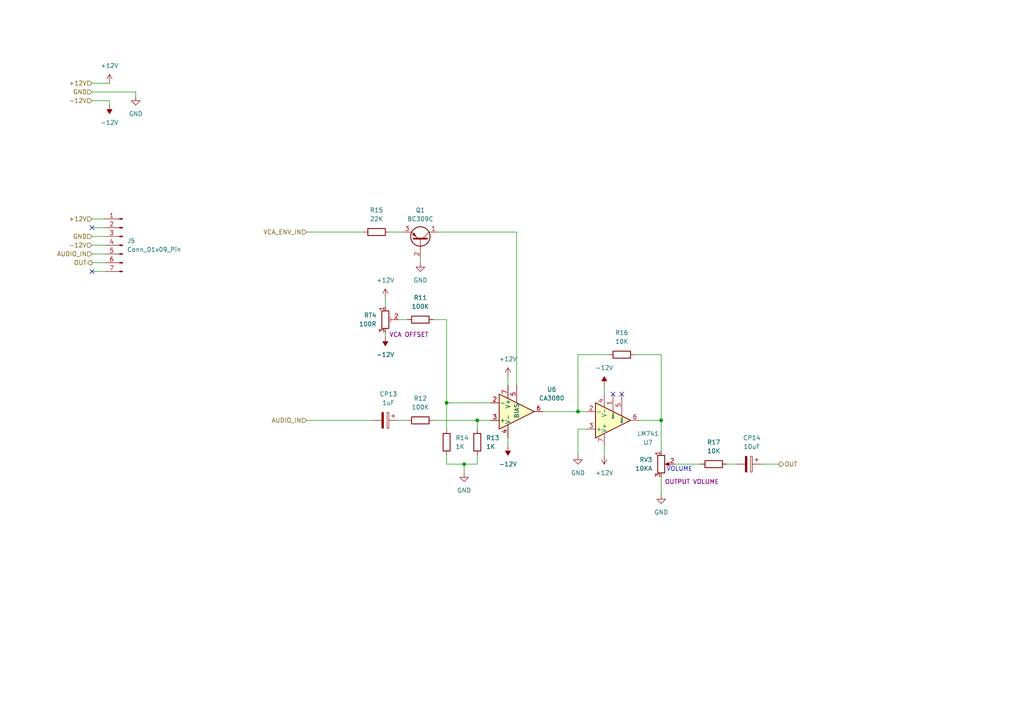
<source format=kicad_sch>
(kicad_sch (version 20250114) (generator "eeschema") (generator_version "9.0")
  (paper "A4")
  (lib_symbols
    (symbol "Amplifier_Operational:CA3080" (pin_names (offset 0.127))
      (property "Reference" "U" (at 1.27 3.81 0))
      (property "Value" "CA3080" (at 1.27 -3.81 0))
      (symbol "CA3080_0_1"
        (polyline (pts (xy 5.08 0) (xy -5.08 -5.08) (xy -5.08 5.08) (xy 5.08 0)) (stroke (width 0.254)) (fill (type background)))
      )
      (symbol "CA3080_1_1"
        (pin input line (at -7.62 2.54 0) (length 2.54) (name "-") (number "2"))
        (pin input line (at -7.62 -2.54 0) (length 2.54) (name "+") (number "3"))
        (pin power_in line (at -2.54 7.62 270) (length 3.81) (name "V+") (number "7"))
        (pin no_connect line (at -2.54 2.54 270) (length 2.54) (hide yes) (name "NC") (number "1"))
        (pin power_in line (at -2.54 -7.62 90) (length 3.81) (name "V-") (number "4"))
        (pin passive line (at 0 7.62 270) (length 5.08) (name "BIAS") (number "5"))
        (pin no_connect line (at 0 2.54 270) (length 2.54) (hide yes) (name "NC") (number "8"))
        (pin output line (at 7.62 0 180) (length 2.54) (name "~") (number "6"))
      )
    )
    (symbol "Amplifier_Operational:LM741" (pin_names (offset 0.127))
      (property "Reference" "U" (at 0 6.35 0))
      (property "Value" "LM741" (at 0 3.81 0))
      (symbol "LM741_0_1"
        (polyline (pts (xy -5.08 5.08) (xy 5.08 0) (xy -5.08 -5.08) (xy -5.08 5.08)) (stroke (width 0.254)) (fill (type background)))
      )
      (symbol "LM741_1_1"
        (pin input line (at -7.62 2.54 0) (length 2.54) (name "+") (number "3"))
        (pin input line (at -7.62 -2.54 0) (length 2.54) (name "-") (number "2"))
        (pin power_in line (at -2.54 7.62 270) (length 3.81) (name "V+") (number "7"))
        (pin power_in line (at -2.54 -7.62 90) (length 3.81) (name "V-") (number "4"))
        (pin no_connect line (at 0 2.54 270) (length 2.54) (hide yes) (name "NC") (number "8"))
        (pin input line (at 0 -7.62 90) (length 5.08) (name "NULL") (number "1"))
        (pin input line (at 2.54 -7.62 90) (length 6.35) (name "NULL") (number "5"))
        (pin output line (at 7.62 0 180) (length 2.54) (name "~") (number "6"))
      )
    )
    (symbol "Connector:Conn_01x07_Pin" (pin_names (offset 1.016) (hide yes))
      (property "Reference" "J" (at 0 10.16 0))
      (property "Value" "Conn_01x07_Pin" (at 0 -10.16 0))
      (symbol "Conn_01x07_Pin_1_1"
        (rectangle (start 0.8636 7.747) (end 0 7.493) (stroke (width 0.1524)) (fill (type outline)))
        (rectangle (start 0.8636 5.207) (end 0 4.953) (stroke (width 0.1524)) (fill (type outline)))
        (rectangle (start 0.8636 2.667) (end 0 2.413) (stroke (width 0.1524)) (fill (type outline)))
        (rectangle (start 0.8636 0.127) (end 0 -0.127) (stroke (width 0.1524)) (fill (type outline)))
        (rectangle (start 0.8636 -2.413) (end 0 -2.667) (stroke (width 0.1524)) (fill (type outline)))
        (rectangle (start 0.8636 -4.953) (end 0 -5.207) (stroke (width 0.1524)) (fill (type outline)))
        (rectangle (start 0.8636 -7.493) (end 0 -7.747) (stroke (width 0.1524)) (fill (type outline)))
        (polyline (pts (xy 1.27 7.62) (xy 0.8636 7.62)) (stroke (width 0.1524)))
        (polyline (pts (xy 1.27 5.08) (xy 0.8636 5.08)) (stroke (width 0.1524)))
        (polyline (pts (xy 1.27 2.54) (xy 0.8636 2.54)) (stroke (width 0.1524)))
        (polyline (pts (xy 1.27 0) (xy 0.8636 0)) (stroke (width 0.1524)))
        (polyline (pts (xy 1.27 -2.54) (xy 0.8636 -2.54)) (stroke (width 0.1524)))
        (polyline (pts (xy 1.27 -5.08) (xy 0.8636 -5.08)) (stroke (width 0.1524)))
        (polyline (pts (xy 1.27 -7.62) (xy 0.8636 -7.62)) (stroke (width 0.1524)))
        (pin passive line (at 5.08 7.62 180) (length 3.81) (name "Pin_1") (number "1"))
        (pin passive line (at 5.08 5.08 180) (length 3.81) (name "Pin_2") (number "2"))
        (pin passive line (at 5.08 2.54 180) (length 3.81) (name "Pin_3") (number "3"))
        (pin passive line (at 5.08 0 180) (length 3.81) (name "Pin_4") (number "4"))
        (pin passive line (at 5.08 -2.54 180) (length 3.81) (name "Pin_5") (number "5"))
        (pin passive line (at 5.08 -5.08 180) (length 3.81) (name "Pin_6") (number "6"))
        (pin passive line (at 5.08 -7.62 180) (length 3.81) (name "Pin_7") (number "7"))
      )
    )
    (symbol "Device:C_Polarized" (pin_numbers (hide yes)) (pin_names (offset 0.254))
      (property "Reference" "C" (at 0.635 2.54 0))
      (property "Value" "C_Polarized" (at 0.635 -2.54 0))
      (symbol "C_Polarized_0_1"
        (rectangle (start -2.286 0.508) (end 2.286 1.016))
        (polyline (pts (xy -1.778 2.286) (xy -0.762 2.286)))
        (polyline (pts (xy -1.27 2.794) (xy -1.27 1.778)))
        (rectangle (start 2.286 -0.508) (end -2.286 -1.016) (fill (type outline)))
      )
      (symbol "C_Polarized_1_1"
        (pin passive line (at 0 3.81 270) (length 2.794) (name "~") (number "1"))
        (pin passive line (at 0 -3.81 90) (length 2.794) (name "~") (number "2"))
      )
    )
    (symbol "Device:R" (pin_numbers (hide yes)) (pin_names (offset 0))
      (property "Reference" "R" (at 2.032 0 90))
      (property "Value" "R" (at 0 0 90))
      (symbol "R_0_1"
        (rectangle (start -1.016 -2.54) (end 1.016 2.54) (stroke (width 0.254)))
      )
      (symbol "R_1_1"
        (pin passive line (at 0 3.81 270) (length 1.27) (name "~") (number "1"))
        (pin passive line (at 0 -3.81 90) (length 1.27) (name "~") (number "2"))
      )
    )
    (symbol "Device:R_Potentiometer" (pin_names (offset 1.016) (hide yes))
      (property "Reference" "RV" (at -4.445 0 90))
      (property "Value" "R_Potentiometer" (at -2.54 0 90))
      (symbol "R_Potentiometer_0_1"
        (rectangle (start 1.016 2.54) (end -1.016 -2.54) (stroke (width 0.254)))
        (polyline (pts (xy 1.143 0) (xy 2.286 0.508) (xy 2.286 -0.508) (xy 1.143 0)) (fill (type outline)))
        (polyline (pts (xy 2.54 0) (xy 1.524 0)))
      )
      (symbol "R_Potentiometer_1_1"
        (pin passive line (at 0 3.81 270) (length 1.27) (name "1") (number "1"))
        (pin passive line (at 0 -3.81 90) (length 1.27) (name "3") (number "3"))
        (pin passive line (at 3.81 0 180) (length 1.27) (name "2") (number "2"))
      )
    )
    (symbol "Device:R_Potentiometer_Trim" (pin_names (offset 1.016) (hide yes))
      (property "Reference" "RV" (at -4.445 0 90))
      (property "Value" "R_Potentiometer_Trim" (at -2.54 0 90))
      (symbol "R_Potentiometer_Trim_0_1"
        (rectangle (start 1.016 2.54) (end -1.016 -2.54) (stroke (width 0.254)))
        (polyline (pts (xy 1.524 0.762) (xy 1.524 -0.762)))
        (polyline (pts (xy 2.54 0) (xy 1.524 0)))
      )
      (symbol "R_Potentiometer_Trim_1_1"
        (pin passive line (at 0 3.81 270) (length 1.27) (name "1") (number "1"))
        (pin passive line (at 0 -3.81 90) (length 1.27) (name "3") (number "3"))
        (pin passive line (at 3.81 0 180) (length 1.27) (name "2") (number "2"))
      )
    )
    (symbol "Transistor_BJT:BC307" (pin_names (offset 0) (hide yes))
      (property "Reference" "Q" (at 5.08 1.905 0))
      (property "Value" "BC307" (at 5.08 0 0))
      (symbol "BC307_0_1"
        (polyline (pts (xy -2.54 0) (xy 0.635 0)))
        (polyline (pts (xy 0.635 1.905) (xy 0.635 -1.905)) (stroke (width 0.508)))
        (polyline (pts (xy 0.635 0.635) (xy 2.54 2.54)))
        (polyline (pts (xy 0.635 -0.635) (xy 2.54 -2.54)))
        (circle (center 1.27 0) (radius 2.8194) (stroke (width 0.254)))
        (polyline (pts (xy 2.286 -1.778) (xy 1.778 -2.286) (xy 1.27 -1.27) (xy 2.286 -1.778)) (fill (type outline)))
      )
      (symbol "BC307_1_1"
        (pin input line (at -5.08 0 0) (length 2.54) (name "B") (number "2"))
        (pin passive line (at 2.54 5.08 270) (length 2.54) (name "C") (number "1"))
        (pin passive line (at 2.54 -5.08 90) (length 2.54) (name "E") (number "3"))
      )
    )
    (symbol "power:+12V" (power) (pin_numbers (hide yes)) (pin_names (offset 0) (hide yes))
      (property "Value" "+12V" (at 0 3.556 0))
      (symbol "+12V_0_1"
        (polyline (pts (xy -0.762 1.27) (xy 0 2.54)))
        (polyline (pts (xy 0 2.54) (xy 0.762 1.27)))
        (polyline (pts (xy 0 0) (xy 0 2.54)))
      )
      (symbol "+12V_1_1"
        (pin power_in line (at 0 0 90) (length 0) (name "~") (number "1"))
      )
    )
    (symbol "power:-12V" (power) (pin_numbers (hide yes)) (pin_names (offset 0) (hide yes))
      (property "Value" "-12V" (at 0 3.556 0))
      (symbol "-12V_0_0"
        (pin power_in line (at 0 0 90) (length 0) (name "~") (number "1"))
      )
      (symbol "-12V_0_1"
        (polyline (pts (xy 0 0) (xy 0 1.27) (xy 0.762 1.27) (xy 0 2.54) (xy -0.762 1.27) (xy 0 1.27)) (fill (type outline)))
      )
    )
    (symbol "power:GND" (power) (pin_numbers (hide yes)) (pin_names (offset 0) (hide yes))
      (property "Value" "GND" (at 0 -3.81 0))
      (symbol "GND_0_1"
        (polyline (pts (xy 0 0) (xy 0 -1.27) (xy 1.27 -1.27) (xy 0 -2.54) (xy -1.27 -1.27) (xy 0 -1.27)))
      )
      (symbol "GND_1_1"
        (pin power_in line (at 0 0 270) (length 0) (name "~") (number "1"))
      )
    )
  )
  (text "VOLUME" (at 197.104 136.144 0) (effects (font (size 1.27 1.27))))
  (junction (at 191.77 121.92))
  (junction (at 134.62 134.62))
  (junction (at 167.64 119.38))
  (junction (at 129.54 116.84))
  (junction (at 138.43 121.92))
  (no_connect (at 177.8 114.3))
  (no_connect (at 26.67 66.04))
  (no_connect (at 26.67 78.74))
  (no_connect (at 180.34 114.3))
  (wire (pts (xy 167.64 124.46) (xy 167.64 132.08)))
  (wire (pts (xy 191.77 102.87) (xy 191.77 121.92)))
  (wire (pts (xy 134.62 137.16) (xy 134.62 134.62)))
  (wire (pts (xy 113.03 67.31) (xy 116.84 67.31)))
  (wire (pts (xy 26.67 71.12) (xy 30.48 71.12)))
  (wire (pts (xy 129.54 116.84) (xy 142.24 116.84)))
  (wire (pts (xy 26.67 26.67) (xy 39.37 26.67)))
  (wire (pts (xy 129.54 116.84) (xy 129.54 124.46)))
  (wire (pts (xy 115.57 92.71) (xy 118.11 92.71)))
  (wire (pts (xy 167.64 119.38) (xy 167.64 102.87)))
  (wire (pts (xy 39.37 27.94) (xy 39.37 26.67)))
  (wire (pts (xy 88.9 67.31) (xy 105.41 67.31)))
  (wire (pts (xy 31.75 30.48) (xy 31.75 29.21)))
  (wire (pts (xy 210.82 134.62) (xy 213.36 134.62)))
  (wire (pts (xy 191.77 138.43) (xy 191.77 143.51)))
  (wire (pts (xy 147.32 127) (xy 147.32 129.54)))
  (wire (pts (xy 26.67 76.2) (xy 30.48 76.2)))
  (wire (pts (xy 26.67 24.13) (xy 31.75 24.13)))
  (wire (pts (xy 121.92 74.93) (xy 121.92 76.2)))
  (wire (pts (xy 170.18 124.46) (xy 167.64 124.46)))
  (wire (pts (xy 167.64 102.87) (xy 176.53 102.87)))
  (wire (pts (xy 115.57 121.92) (xy 118.11 121.92)))
  (wire (pts (xy 138.43 121.92) (xy 142.24 121.92)))
  (wire (pts (xy 125.73 92.71) (xy 129.54 92.71)))
  (wire (pts (xy 138.43 134.62) (xy 138.43 132.08)))
  (wire (pts (xy 26.67 29.21) (xy 31.75 29.21)))
  (wire (pts (xy 149.86 111.76) (xy 149.86 67.31)))
  (wire (pts (xy 195.58 134.62) (xy 203.2 134.62)))
  (wire (pts (xy 167.64 119.38) (xy 170.18 119.38)))
  (wire (pts (xy 134.62 134.62) (xy 138.43 134.62)))
  (wire (pts (xy 129.54 134.62) (xy 129.54 132.08)))
  (wire (pts (xy 134.62 134.62) (xy 129.54 134.62)))
  (wire (pts (xy 26.67 63.5) (xy 30.48 63.5)))
  (wire (pts (xy 184.15 102.87) (xy 191.77 102.87)))
  (wire (pts (xy 26.67 68.58) (xy 30.48 68.58)))
  (wire (pts (xy 129.54 92.71) (xy 129.54 116.84)))
  (wire (pts (xy 175.26 129.54) (xy 175.26 132.08)))
  (wire (pts (xy 220.98 134.62) (xy 226.06 134.62)))
  (wire (pts (xy 111.76 96.52) (xy 111.76 97.79)))
  (wire (pts (xy 175.26 111.76) (xy 175.26 114.3)))
  (wire (pts (xy 157.48 119.38) (xy 167.64 119.38)))
  (wire (pts (xy 26.67 73.66) (xy 30.48 73.66)))
  (wire (pts (xy 149.86 67.31) (xy 127 67.31)))
  (wire (pts (xy 125.73 121.92) (xy 138.43 121.92)))
  (wire (pts (xy 191.77 121.92) (xy 185.42 121.92)))
  (wire (pts (xy 26.67 66.04) (xy 30.48 66.04)))
  (wire (pts (xy 26.67 78.74) (xy 30.48 78.74)))
  (wire (pts (xy 138.43 124.46) (xy 138.43 121.92)))
  (wire (pts (xy 191.77 130.81) (xy 191.77 121.92)))
  (wire (pts (xy 88.9 121.92) (xy 107.95 121.92)))
  (wire (pts (xy 111.76 86.36) (xy 111.76 88.9)))
  (wire (pts (xy 147.32 109.22) (xy 147.32 111.76)))
  (hierarchical_label "VCA_ENV_IN" (shape input) (at 88.9 67.31 180))
  (hierarchical_label "-12V" (shape input) (at 26.67 71.12 180))
  (hierarchical_label "OUT" (shape output) (at 26.67 76.2 180))
  (hierarchical_label "+12V" (shape input) (at 26.67 63.5 180))
  (hierarchical_label "AUDIO_IN" (shape input) (at 88.9 121.92 180))
  (hierarchical_label "OUT" (shape output) (at 226.06 134.62 0))
  (hierarchical_label "-12V" (shape input) (at 26.67 29.21 180))
  (hierarchical_label "GND" (shape input) (at 26.67 26.67 180))
  (hierarchical_label "+12V" (shape input) (at 26.67 24.13 180))
  (hierarchical_label "GND" (shape input) (at 26.67 68.58 180))
  (hierarchical_label "AUDIO_IN" (shape input) (at 26.67 73.66 180))
  (symbol (lib_id "power:GND") (at 121.92 76.2 0) (unit 1)
    (property "Reference" "#PWR037" (effects (hide yes)))
    (property "Value" "GND" (at 121.92 81.28 0))
    (property "Description" "Power symbol creates a global label with name \"GND\" , ground" (effects (hide yes)))
  )
  (symbol (lib_id "Device:R_Potentiometer") (at 191.77 134.62 0) (unit 1)
    (property "Reference" "RV3" (at 189.23 133.3499 0) (effects (justify right)))
    (property "Value" "10KA" (at 189.23 135.8899 0) (effects (justify right)))
    (property "Footprint" "Potentiometer_THT:Potentiometer_Omeg_PC16BU_Vertical" (effects (hide yes)))
    (property "Description" "OUTPUT VOLUME" (at 200.66 139.7 0))
  )
  (symbol (lib_id "Device:C_Polarized") (at 217.17 134.62 270) (unit 1)
    (property "Reference" "CP14" (at 218.059 127 90))
    (property "Value" "10uF" (at 218.059 129.54 90))
    (property "Footprint" "Capacitor_THT:CP_Radial_D8.0mm_P3.80mm" (effects (hide yes)))
    (property "Description" "Polarized capacitor" (effects (hide yes)))
  )
  (symbol (lib_id "Device:R") (at 180.34 102.87 90) (unit 1)
    (property "Reference" "R16" (at 180.34 96.52 90))
    (property "Value" "10K" (at 180.34 99.06 90))
    (property "Footprint" "Resistor_THT:R_Axial_DIN0207_L6.3mm_D2.5mm_P15.24mm_Horizontal" (effects (hide yes)))
    (property "Description" "Resistor" (effects (hide yes)))
  )
  (symbol (lib_id "Device:R") (at 121.92 92.71 90) (unit 1)
    (property "Reference" "R11" (at 121.92 86.36 90))
    (property "Value" "100K" (at 121.92 88.9 90))
    (property "Footprint" "Resistor_THT:R_Axial_DIN0309_L9.0mm_D3.2mm_P12.70mm_Horizontal" (effects (hide yes)))
    (property "Description" "Resistor" (effects (hide yes)))
  )
  (symbol (lib_id "power:GND") (at 167.64 132.08 0) (unit 1)
    (property "Reference" "#PWR041" (effects (hide yes)))
    (property "Value" "GND" (at 167.64 137.16 0))
    (property "Description" "Power symbol creates a global label with name \"GND\" , ground" (effects (hide yes)))
  )
  (symbol (lib_id "power:-12V") (at 147.32 129.54 180) (unit 1)
    (property "Reference" "#PWR035" (effects (hide yes)))
    (property "Value" "-12V" (at 147.32 134.62 0))
    (property "Description" "Power symbol creates a global label with name \"-12V\"" (effects (hide yes)))
  )
  (symbol (lib_id "Device:R") (at 109.22 67.31 270) (unit 1)
    (property "Reference" "R15" (at 109.22 60.96 90))
    (property "Value" "22K" (at 109.22 63.5 90))
    (property "Footprint" "Resistor_THT:R_Axial_DIN0207_L6.3mm_D2.5mm_P15.24mm_Horizontal" (effects (hide yes)))
    (property "Description" "Resistor" (effects (hide yes)))
  )
  (symbol (lib_id "power:-12V") (at 31.75 30.48 180) (unit 1)
    (property "Reference" "#PWR029" (effects (hide yes)))
    (property "Value" "-12V" (at 31.75 35.56 0))
    (property "Description" "Power symbol creates a global label with name \"-12V\"" (effects (hide yes)))
  )
  (symbol (lib_id "Transistor_BJT:BC307") (at 121.92 69.85 270) (mirror x) (unit 1)
    (property "Reference" "Q1" (at 121.92 60.96 90))
    (property "Value" "BC309C" (at 121.92 63.5 90))
    (property "Footprint" "Package_TO_SOT_THT:TO-92_Inline_Wide" (effects (hide yes)))
    (property "Datasheet" "http://www.onsemi.com/pub_link/Collateral/BC307-D.PDF" (effects (hide yes)))
    (property "Description" "100mA Ic, 45V Vce, Epitaxial Silicon PNP Transistor, TO-92" (effects (hide yes)))
  )
  (symbol (lib_id "power:-12V") (at 111.76 97.79 180) (unit 1)
    (property "Reference" "#PWR033" (effects (hide yes)))
    (property "Value" "-12V" (at 111.76 102.87 0))
    (property "Description" "Power symbol creates a global label with name \"-12V\"" (effects (hide yes)))
  )
  (symbol (lib_id "power:+12V") (at 31.75 24.13 0) (unit 1)
    (property "Reference" "#PWR030" (effects (hide yes)))
    (property "Value" "+12V" (at 31.75 19.05 0))
    (property "Description" "Power symbol creates a global label with name \"+12V\"" (effects (hide yes)))
  )
  (symbol (lib_id "power:GND") (at 39.37 27.94 0) (unit 1)
    (property "Reference" "#PWR031" (effects (hide yes)))
    (property "Value" "GND" (at 39.37 33.02 0))
    (property "Description" "Power symbol creates a global label with name \"GND\" , ground" (effects (hide yes)))
  )
  (symbol (lib_id "power:-12V") (at 175.26 111.76 0) (unit 1)
    (property "Reference" "#PWR039" (effects (hide yes)))
    (property "Value" "-12V" (at 175.26 106.68 0))
    (property "Description" "Power symbol creates a global label with name \"-12V\"" (effects (hide yes)))
  )
  (symbol (lib_id "Device:R") (at 129.54 128.27 180) (unit 1)
    (property "Reference" "R14" (at 132.08 126.9999 0) (effects (justify right)))
    (property "Value" "1K" (at 132.08 129.5399 0) (effects (justify right)))
    (property "Footprint" "Resistor_THT:R_Axial_DIN0309_L9.0mm_D3.2mm_P12.70mm_Horizontal" (effects (hide yes)))
    (property "Description" "Resistor" (effects (hide yes)))
  )
  (symbol (lib_id "power:GND") (at 134.62 137.16 0) (unit 1)
    (property "Reference" "#PWR036" (effects (hide yes)))
    (property "Value" "GND" (at 134.62 142.24 0))
    (property "Description" "Power symbol creates a global label with name \"GND\" , ground" (effects (hide yes)))
  )
  (symbol (lib_id "power:+12V") (at 147.32 109.22 0) (unit 1)
    (property "Reference" "#PWR034" (effects (hide yes)))
    (property "Value" "+12V" (at 147.32 104.14 0))
    (property "Description" "Power symbol creates a global label with name \"+12V\"" (effects (hide yes)))
  )
  (symbol (lib_id "Connector:Conn_01x07_Pin") (at 35.56 71.12 0) (mirror y) (unit 1)
    (property "Reference" "J5" (at 36.83 69.8499 0) (effects (justify right)))
    (property "Value" "Conn_01x09_Pin" (at 36.83 72.3899 0) (effects (justify right)))
    (property "Footprint" "Connector_PinHeader_2.54mm:PinHeader_1x09_P2.54mm_Vertical" (effects (hide yes)))
    (property "Description" "Generic connector, single row, 01x07, script generated" (effects (hide yes)))
  )
  (symbol (lib_id "Device:C_Polarized") (at 111.76 121.92 270) (unit 1)
    (property "Reference" "CP13" (at 112.649 114.3 90))
    (property "Value" "1uF" (at 112.649 116.84 90))
    (property "Footprint" "Capacitor_THT:CP_Radial_D8.0mm_P3.80mm" (effects (hide yes)))
    (property "Description" "Polarized capacitor" (effects (hide yes)))
  )
  (symbol (lib_id "Amplifier_Operational:CA3080") (at 149.86 119.38 0) (unit 1)
    (property "Reference" "U6" (at 160.02 112.9598 0))
    (property "Value" "CA3080" (at 160.02 115.4998 0))
    (property "Footprint" "Package_DIP:DIP-8_W7.62mm_LongPads" (effects (hide yes)))
    (property "Datasheet" "http://www.intersil.com/content/dam/Intersil/documents/ca30/ca3080-a.pdf" (effects (hide yes)))
    (property "Description" "2MHz, Operational Transconductance Amplifier (OTA), gM spread 2:1, DIP-8/SOIC-8" (effects (hide yes)))
  )
  (symbol (lib_id "Amplifier_Operational:LM741") (at 177.8 121.92 0) (mirror x) (unit 1)
    (property "Reference" "U7" (at 187.96 128.3402 0))
    (property "Value" "LM741" (at 187.96 125.8002 0))
    (property "Footprint" "Package_DIP:DIP-8_W7.62mm_LongPads" (effects (hide yes)))
    (property "Datasheet" "http://www.ti.com/lit/ds/symlink/lm741.pdf" (effects (hide yes)))
    (property "Description" "Operational Amplifier, DIP-8/TO-99-8" (effects (hide yes)))
  )
  (symbol (lib_id "power:+12V") (at 175.26 132.08 180) (unit 1)
    (property "Reference" "#PWR038" (effects (hide yes)))
    (property "Value" "+12V" (at 175.26 137.16 0))
    (property "Description" "Power symbol creates a global label with name \"+12V\"" (effects (hide yes)))
  )
  (symbol (lib_id "Device:R_Potentiometer_Trim") (at 111.76 92.71 0) (unit 1)
    (property "Reference" "RT4" (at 109.22 91.4399 0) (effects (justify right)))
    (property "Value" "100R" (at 109.22 93.9799 0) (effects (justify right)))
    (property "Footprint" "Potentiometer_THT:Potentiometer_Bourns_3339P_Vertical_HandSoldering" (effects (hide yes)))
    (property "Description" "VCA OFFSET" (at 118.618 97.028 0))
  )
  (symbol (lib_id "Device:R") (at 207.01 134.62 90) (unit 1)
    (property "Reference" "R17" (at 207.01 128.27 90))
    (property "Value" "10K" (at 207.01 130.81 90))
    (property "Footprint" "Resistor_THT:R_Axial_DIN0207_L6.3mm_D2.5mm_P15.24mm_Horizontal" (effects (hide yes)))
    (property "Description" "Resistor" (effects (hide yes)))
  )
  (symbol (lib_id "Device:R") (at 138.43 128.27 180) (unit 1)
    (property "Reference" "R13" (at 140.97 126.9999 0) (effects (justify right)))
    (property "Value" "1K" (at 140.97 129.5399 0) (effects (justify right)))
    (property "Footprint" "Resistor_THT:R_Axial_DIN0309_L9.0mm_D3.2mm_P12.70mm_Horizontal" (effects (hide yes)))
    (property "Description" "Resistor" (effects (hide yes)))
  )
  (symbol (lib_id "power:GND") (at 191.77 143.51 0) (unit 1)
    (property "Reference" "#PWR040" (effects (hide yes)))
    (property "Value" "GND" (at 191.77 148.59 0))
    (property "Description" "Power symbol creates a global label with name \"GND\" , ground" (effects (hide yes)))
  )
  (symbol (lib_id "Device:R") (at 121.92 121.92 90) (unit 1)
    (property "Reference" "R12" (at 121.92 115.57 90))
    (property "Value" "100K" (at 121.92 118.11 90))
    (property "Footprint" "Resistor_THT:R_Axial_DIN0207_L6.3mm_D2.5mm_P15.24mm_Horizontal" (effects (hide yes)))
    (property "Description" "Resistor" (effects (hide yes)))
  )
  (symbol (lib_id "power:+12V") (at 111.76 86.36 0) (unit 1)
    (property "Reference" "#PWR032" (effects (hide yes)))
    (property "Value" "+12V" (at 111.76 81.28 0))
    (property "Description" "Power symbol creates a global label with name \"+12V\"" (effects (hide yes)))
  )
)
</source>
